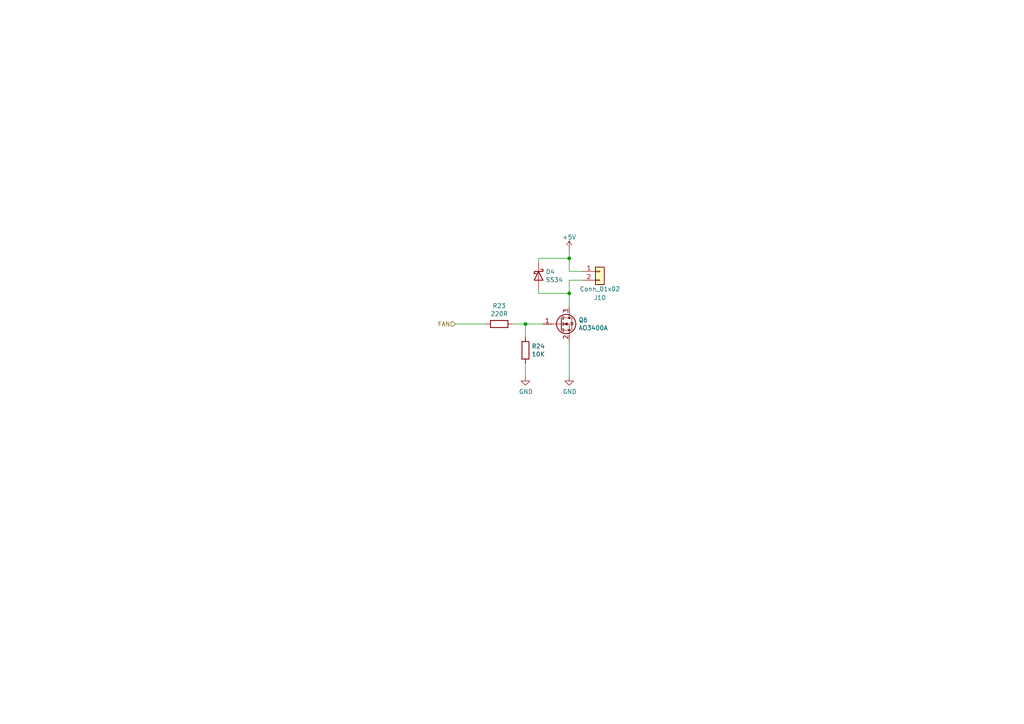
<source format=kicad_sch>
(kicad_sch (version 20211123) (generator eeschema)
  (paper "A4")
  (title_block (title "CO2 Chamber - Fan Driver") (date "2022-06-21") (rev "2"))
  (lib_symbols
    (symbol "Connector_Generic:Conn_01x02" (pin_names (offset 1.016) hide)
      (property "Reference" "J" (at 0 2.54 0))
      (property "Value" "Conn_01x02" (at 0 -5.08 0))
      (symbol "Conn_01x02_1_1"
        (rectangle (start -1.27 -2.413) (end 0 -2.667) (stroke (width 0.1524)))
        (rectangle (start -1.27 0.127) (end 0 -0.127) (stroke (width 0.1524)))
        (rectangle (start -1.27 1.27) (end 1.27 -3.81) (stroke (width 0.254)) (fill (type background)))
        (pin passive line (at -5.08 0 0) (length 3.81) (name "Pin_1") (number "1"))
        (pin passive line (at -5.08 -2.54 0) (length 3.81) (name "Pin_2") (number "2"))
      )
    )
    (symbol "Device:D_Schottky" (pin_numbers hide) (pin_names (offset 1.016) hide)
      (property "Reference" "D" (at 0 2.54 0))
      (property "Value" "D_Schottky" (at 0 -2.54 0))
      (symbol "D_Schottky_0_1"
        (polyline (pts (xy 1.27 0) (xy -1.27 0)))
        (polyline (pts (xy 1.27 1.27) (xy 1.27 -1.27) (xy -1.27 0) (xy 1.27 1.27)) (stroke (width 0.254)))
        (polyline (pts (xy -1.905 0.635) (xy -1.905 1.27) (xy -1.27 1.27) (xy -1.27 -1.27) (xy -0.635 -1.27) (xy -0.635 -0.635)) (stroke (width 0.254)))
      )
      (symbol "D_Schottky_1_1"
        (pin passive line (at -3.81 0 0) (length 2.54) (name "K") (number "1"))
        (pin passive line (at 3.81 0 180) (length 2.54) (name "A") (number "2"))
      )
    )
    (symbol "Device:R" (pin_numbers hide) (pin_names (offset 0))
      (property "Reference" "R" (at 2.032 0 90))
      (property "Value" "R" (at 0 0 90))
      (symbol "R_0_1"
        (rectangle (start -1.016 -2.54) (end 1.016 2.54) (stroke (width 0.254)))
      )
      (symbol "R_1_1"
        (pin passive line (at 0 3.81 270) (length 1.27) (name "~") (number "1"))
        (pin passive line (at 0 -3.81 90) (length 1.27) (name "~") (number "2"))
      )
    )
    (symbol "Transistor_FET:AO3400A" (pin_names hide)
      (property "Reference" "Q" (at 5.08 1.905 0))
      (property "Value" "AO3400A" (at 5.08 0 0))
      (symbol "AO3400A_0_1"
        (polyline (pts (xy 0.254 0) (xy -2.54 0)))
        (polyline (pts (xy 0.254 1.905) (xy 0.254 -1.905)) (stroke (width 0.254)))
        (polyline (pts (xy 0.762 -1.27) (xy 0.762 -2.286)) (stroke (width 0.254)))
        (polyline (pts (xy 0.762 0.508) (xy 0.762 -0.508)) (stroke (width 0.254)))
        (polyline (pts (xy 0.762 2.286) (xy 0.762 1.27)) (stroke (width 0.254)))
        (polyline (pts (xy 2.54 2.54) (xy 2.54 1.778)))
        (polyline (pts (xy 2.54 -2.54) (xy 2.54 0) (xy 0.762 0)))
        (polyline (pts (xy 0.762 -1.778) (xy 3.302 -1.778) (xy 3.302 1.778) (xy 0.762 1.778)))
        (polyline (pts (xy 1.016 0) (xy 2.032 0.381) (xy 2.032 -0.381) (xy 1.016 0)) (fill (type outline)))
        (polyline (pts (xy 2.794 0.508) (xy 2.921 0.381) (xy 3.683 0.381) (xy 3.81 0.254)))
        (polyline (pts (xy 3.302 0.381) (xy 2.921 -0.254) (xy 3.683 -0.254) (xy 3.302 0.381)))
        (circle (center 1.651 0) (radius 2.794) (stroke (width 0.254)))
        (circle (center 2.54 -1.778) (radius 0.254) (fill (type outline)))
        (circle (center 2.54 1.778) (radius 0.254) (fill (type outline)))
      )
      (symbol "AO3400A_1_1"
        (pin input line (at -5.08 0 0) (length 2.54) (name "G") (number "1"))
        (pin passive line (at 2.54 -5.08 90) (length 2.54) (name "S") (number "2"))
        (pin passive line (at 2.54 5.08 270) (length 2.54) (name "D") (number "3"))
      )
    )
    (symbol "power:+5V" (power) (pin_names (offset 0))
      (property "Value" "+5V" (at 0 3.556 0))
      (symbol "+5V_0_1"
        (polyline (pts (xy -0.762 1.27) (xy 0 2.54)))
        (polyline (pts (xy 0 0) (xy 0 2.54)))
        (polyline (pts (xy 0 2.54) (xy 0.762 1.27)))
      )
      (symbol "+5V_1_1"
        (pin power_in line (at 0 0 90) (length 0) hide (name "+5V") (number "1"))
      )
    )
    (symbol "power:GND" (power) (pin_names (offset 0))
      (property "Value" "GND" (at 0 -3.81 0))
      (symbol "GND_0_1"
        (polyline (pts (xy 0 0) (xy 0 -1.27) (xy 1.27 -1.27) (xy 0 -2.54) (xy -1.27 -1.27) (xy 0 -1.27)))
      )
      (symbol "GND_1_1"
        (pin power_in line (at 0 0 270) (length 0) hide (name "GND") (number "1"))
      )
    )
  )
  (junction (at 165.1 85.09))
  (junction (at 165.1 74.93))
  (junction (at 152.4 93.98))
  (wire (pts (xy 156.21 76.2) (xy 156.21 74.93)))
  (wire (pts (xy 156.21 74.93) (xy 165.1 74.93)))
  (wire (pts (xy 165.1 85.09) (xy 165.1 81.28)))
  (wire (pts (xy 152.4 97.79) (xy 152.4 93.98)))
  (wire (pts (xy 165.1 72.39) (xy 165.1 74.93)))
  (wire (pts (xy 165.1 81.28) (xy 168.91 81.28)))
  (wire (pts (xy 156.21 85.09) (xy 165.1 85.09)))
  (wire (pts (xy 165.1 78.74) (xy 168.91 78.74)))
  (wire (pts (xy 152.4 93.98) (xy 157.48 93.98)))
  (wire (pts (xy 132.08 93.98) (xy 140.97 93.98)))
  (wire (pts (xy 156.21 83.82) (xy 156.21 85.09)))
  (wire (pts (xy 152.4 109.22) (xy 152.4 105.41)))
  (wire (pts (xy 148.59 93.98) (xy 152.4 93.98)))
  (wire (pts (xy 165.1 88.9) (xy 165.1 85.09)))
  (wire (pts (xy 165.1 109.22) (xy 165.1 99.06)))
  (wire (pts (xy 165.1 78.74) (xy 165.1 74.93)))
  (hierarchical_label "FAN" (shape input) (at 132.08 93.98 180))
  (symbol (lib_id "Transistor_FET:AO3400A") (at 162.56 93.98 0) (unit 1)
    (property "Reference" "Q6" (at 167.767 92.8116 0) (effects (justify left)))
    (property "Value" "AO3400A" (at 167.767 95.123 0) (effects (justify left)))
    (property "Footprint" "Package_TO_SOT_SMD:SOT-23" (effects hide))
    (property "Datasheet" "http://www.aosmd.com/pdfs/datasheet/AO3400A.pdf" (effects hide))
    (property "LCSC" "C20917" (effects hide))
  )
  (symbol (lib_id "Device:R") (at 144.78 93.98 270) (unit 1)
    (property "Reference" "R23" (at 144.78 88.7222 90))
    (property "Value" "220R" (at 144.78 91.0336 90))
    (property "Footprint" "Resistor_SMD:R_0603_1608Metric" (effects hide))
  )
  (symbol (lib_id "Device:R") (at 152.4 101.6 0) (unit 1)
    (property "Reference" "R24" (at 154.178 100.4316 0) (effects (justify left)))
    (property "Value" "10K" (at 154.178 102.743 0) (effects (justify left)))
    (property "Footprint" "Resistor_SMD:R_0603_1608Metric" (effects hide))
  )
  (symbol (lib_id "power:GND") (at 152.4 109.22 0) (unit 1)
    (property "Reference" "#PWR060" (effects hide))
    (property "Value" "GND" (at 152.527 113.6142 0))
  )
  (symbol (lib_id "power:GND") (at 165.1 109.22 0) (unit 1)
    (property "Reference" "#PWR061" (effects hide))
    (property "Value" "GND" (at 165.227 113.6142 0))
  )
  (symbol (lib_id "Device:D_Schottky") (at 156.21 80.01 270) (unit 1)
    (property "Reference" "D4" (at 158.242 78.8416 90) (effects (justify left)))
    (property "Value" "SS34" (at 158.242 81.153 90) (effects (justify left)))
    (property "Footprint" "Diode_SMD:D_SMA" (effects hide))
    (property "Datasheet" "https://datasheet.lcsc.com/szlcsc/1903051003_MDD-Jiangsu-Yutai-Elec-SS34_C8678.pdf" (effects hide))
    (property "LCSC" "C8678" (effects hide))
  )
  (symbol (lib_id "Connector_Generic:Conn_01x02") (at 173.99 78.74 0) (unit 1)
    (property "Reference" "J10" (at 173.99 86.36 0))
    (property "Value" "Conn_01x02" (at 173.99 83.82 0))
    (property "Footprint" "Connector_JST:JST_XH_B2B-XH-AM_1x02_P2.50mm_Vertical" (effects hide))
    (property "LCSC" "C20079" (effects hide))
  )
  (symbol (lib_id "power:+5V") (at 165.1 72.39 0) (unit 1)
    (property "Reference" "#PWR0101" (effects hide))
    (property "Value" "+5V" (at 165.1 68.8142 0))
  )
)
</source>
